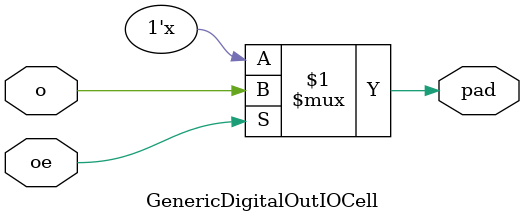
<source format=v>

`timescale 1ns/1ps

module GenericAnalogIOCell(
    inout wire pad,
    inout wire core
);

    assign core = 1'bz;
    assign pad = core;

endmodule

module GenericDigitalGPIOCell(
    inout wire pad,
    output wire i,
    input wire ie,
    input wire o,
    input wire oe
);

    assign pad = oe ? o : 1'bz;
    assign i = ie ? pad : 1'b0;

endmodule

module GenericDigitalInIOCell(
    input wire pad,
    output wire i,
    input wire ie
);

    assign i = ie ? pad : 1'b0;

endmodule

module GenericDigitalOutIOCell(
    output wire pad,
    input wire o,
    input wire oe
);

    assign pad = oe ? o : 1'bz;

endmodule

</source>
